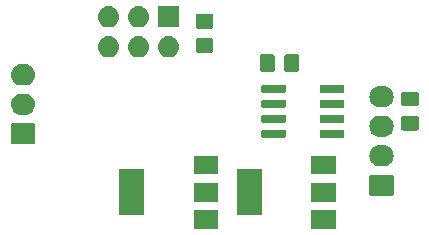
<source format=gbr>
G04 #@! TF.GenerationSoftware,KiCad,Pcbnew,(5.1.4)-1*
G04 #@! TF.CreationDate,2020-02-08T14:35:32-05:00*
G04 #@! TF.ProjectId,Psyduck,50737964-7563-46b2-9e6b-696361645f70,rev?*
G04 #@! TF.SameCoordinates,Original*
G04 #@! TF.FileFunction,Soldermask,Bot*
G04 #@! TF.FilePolarity,Negative*
%FSLAX46Y46*%
G04 Gerber Fmt 4.6, Leading zero omitted, Abs format (unit mm)*
G04 Created by KiCad (PCBNEW (5.1.4)-1) date 2020-02-08 14:35:32*
%MOMM*%
%LPD*%
G04 APERTURE LIST*
%ADD10C,0.100000*%
G04 APERTURE END LIST*
D10*
G36*
X41768000Y-34724000D02*
G01*
X39666000Y-34724000D01*
X39666000Y-33122000D01*
X41768000Y-33122000D01*
X41768000Y-34724000D01*
X41768000Y-34724000D01*
G37*
G36*
X31785000Y-34724000D02*
G01*
X29683000Y-34724000D01*
X29683000Y-33122000D01*
X31785000Y-33122000D01*
X31785000Y-34724000D01*
X31785000Y-34724000D01*
G37*
G36*
X25485000Y-33574000D02*
G01*
X23383000Y-33574000D01*
X23383000Y-29672000D01*
X25485000Y-29672000D01*
X25485000Y-33574000D01*
X25485000Y-33574000D01*
G37*
G36*
X35468000Y-33574000D02*
G01*
X33366000Y-33574000D01*
X33366000Y-29672000D01*
X35468000Y-29672000D01*
X35468000Y-33574000D01*
X35468000Y-33574000D01*
G37*
G36*
X31785000Y-32424000D02*
G01*
X29683000Y-32424000D01*
X29683000Y-30822000D01*
X31785000Y-30822000D01*
X31785000Y-32424000D01*
X31785000Y-32424000D01*
G37*
G36*
X41768000Y-32424000D02*
G01*
X39666000Y-32424000D01*
X39666000Y-30822000D01*
X41768000Y-30822000D01*
X41768000Y-32424000D01*
X41768000Y-32424000D01*
G37*
G36*
X46476600Y-30137989D02*
G01*
X46509652Y-30148015D01*
X46540103Y-30164292D01*
X46566799Y-30186201D01*
X46588708Y-30212897D01*
X46604985Y-30243348D01*
X46615011Y-30276400D01*
X46619000Y-30316903D01*
X46619000Y-31753097D01*
X46615011Y-31793600D01*
X46604985Y-31826652D01*
X46588708Y-31857103D01*
X46566799Y-31883799D01*
X46540103Y-31905708D01*
X46509652Y-31921985D01*
X46476600Y-31932011D01*
X46436097Y-31936000D01*
X44749903Y-31936000D01*
X44709400Y-31932011D01*
X44676348Y-31921985D01*
X44645897Y-31905708D01*
X44619201Y-31883799D01*
X44597292Y-31857103D01*
X44581015Y-31826652D01*
X44570989Y-31793600D01*
X44567000Y-31753097D01*
X44567000Y-30316903D01*
X44570989Y-30276400D01*
X44581015Y-30243348D01*
X44597292Y-30212897D01*
X44619201Y-30186201D01*
X44645897Y-30164292D01*
X44676348Y-30148015D01*
X44709400Y-30137989D01*
X44749903Y-30134000D01*
X46436097Y-30134000D01*
X46476600Y-30137989D01*
X46476600Y-30137989D01*
G37*
G36*
X41768000Y-30124000D02*
G01*
X39666000Y-30124000D01*
X39666000Y-28522000D01*
X41768000Y-28522000D01*
X41768000Y-30124000D01*
X41768000Y-30124000D01*
G37*
G36*
X31785000Y-30124000D02*
G01*
X29683000Y-30124000D01*
X29683000Y-28522000D01*
X31785000Y-28522000D01*
X31785000Y-30124000D01*
X31785000Y-30124000D01*
G37*
G36*
X45828443Y-27640519D02*
G01*
X45894627Y-27647037D01*
X46064466Y-27698557D01*
X46220991Y-27782222D01*
X46256729Y-27811552D01*
X46358186Y-27894814D01*
X46441448Y-27996271D01*
X46470778Y-28032009D01*
X46554443Y-28188534D01*
X46605963Y-28358373D01*
X46623359Y-28535000D01*
X46605963Y-28711627D01*
X46554443Y-28881466D01*
X46470778Y-29037991D01*
X46441448Y-29073729D01*
X46358186Y-29175186D01*
X46256729Y-29258448D01*
X46220991Y-29287778D01*
X46064466Y-29371443D01*
X45894627Y-29422963D01*
X45828443Y-29429481D01*
X45762260Y-29436000D01*
X45423740Y-29436000D01*
X45357557Y-29429481D01*
X45291373Y-29422963D01*
X45121534Y-29371443D01*
X44965009Y-29287778D01*
X44929271Y-29258448D01*
X44827814Y-29175186D01*
X44744552Y-29073729D01*
X44715222Y-29037991D01*
X44631557Y-28881466D01*
X44580037Y-28711627D01*
X44562641Y-28535000D01*
X44580037Y-28358373D01*
X44631557Y-28188534D01*
X44715222Y-28032009D01*
X44744552Y-27996271D01*
X44827814Y-27894814D01*
X44929271Y-27811552D01*
X44965009Y-27782222D01*
X45121534Y-27698557D01*
X45291373Y-27647037D01*
X45357557Y-27640519D01*
X45423740Y-27634000D01*
X45762260Y-27634000D01*
X45828443Y-27640519D01*
X45828443Y-27640519D01*
G37*
G36*
X16123600Y-25772989D02*
G01*
X16156652Y-25783015D01*
X16187103Y-25799292D01*
X16213799Y-25821201D01*
X16235708Y-25847897D01*
X16251985Y-25878348D01*
X16262011Y-25911400D01*
X16266000Y-25951903D01*
X16266000Y-27388097D01*
X16262011Y-27428600D01*
X16251985Y-27461652D01*
X16235708Y-27492103D01*
X16213799Y-27518799D01*
X16187103Y-27540708D01*
X16156652Y-27556985D01*
X16123600Y-27567011D01*
X16083097Y-27571000D01*
X14396903Y-27571000D01*
X14356400Y-27567011D01*
X14323348Y-27556985D01*
X14292897Y-27540708D01*
X14266201Y-27518799D01*
X14244292Y-27492103D01*
X14228015Y-27461652D01*
X14217989Y-27428600D01*
X14214000Y-27388097D01*
X14214000Y-25951903D01*
X14217989Y-25911400D01*
X14228015Y-25878348D01*
X14244292Y-25847897D01*
X14266201Y-25821201D01*
X14292897Y-25799292D01*
X14323348Y-25783015D01*
X14356400Y-25772989D01*
X14396903Y-25769000D01*
X16083097Y-25769000D01*
X16123600Y-25772989D01*
X16123600Y-25772989D01*
G37*
G36*
X42336928Y-26321764D02*
G01*
X42358009Y-26328160D01*
X42377445Y-26338548D01*
X42394476Y-26352524D01*
X42408452Y-26369555D01*
X42418840Y-26388991D01*
X42425236Y-26410072D01*
X42428000Y-26438140D01*
X42428000Y-26901860D01*
X42425236Y-26929928D01*
X42418840Y-26951009D01*
X42408452Y-26970445D01*
X42394476Y-26987476D01*
X42377445Y-27001452D01*
X42358009Y-27011840D01*
X42336928Y-27018236D01*
X42308860Y-27021000D01*
X40495140Y-27021000D01*
X40467072Y-27018236D01*
X40445991Y-27011840D01*
X40426555Y-27001452D01*
X40409524Y-26987476D01*
X40395548Y-26970445D01*
X40385160Y-26951009D01*
X40378764Y-26929928D01*
X40376000Y-26901860D01*
X40376000Y-26438140D01*
X40378764Y-26410072D01*
X40385160Y-26388991D01*
X40395548Y-26369555D01*
X40409524Y-26352524D01*
X40426555Y-26338548D01*
X40445991Y-26328160D01*
X40467072Y-26321764D01*
X40495140Y-26319000D01*
X42308860Y-26319000D01*
X42336928Y-26321764D01*
X42336928Y-26321764D01*
G37*
G36*
X37386928Y-26321764D02*
G01*
X37408009Y-26328160D01*
X37427445Y-26338548D01*
X37444476Y-26352524D01*
X37458452Y-26369555D01*
X37468840Y-26388991D01*
X37475236Y-26410072D01*
X37478000Y-26438140D01*
X37478000Y-26901860D01*
X37475236Y-26929928D01*
X37468840Y-26951009D01*
X37458452Y-26970445D01*
X37444476Y-26987476D01*
X37427445Y-27001452D01*
X37408009Y-27011840D01*
X37386928Y-27018236D01*
X37358860Y-27021000D01*
X35545140Y-27021000D01*
X35517072Y-27018236D01*
X35495991Y-27011840D01*
X35476555Y-27001452D01*
X35459524Y-26987476D01*
X35445548Y-26970445D01*
X35435160Y-26951009D01*
X35428764Y-26929928D01*
X35426000Y-26901860D01*
X35426000Y-26438140D01*
X35428764Y-26410072D01*
X35435160Y-26388991D01*
X35445548Y-26369555D01*
X35459524Y-26352524D01*
X35476555Y-26338548D01*
X35495991Y-26328160D01*
X35517072Y-26321764D01*
X35545140Y-26319000D01*
X37358860Y-26319000D01*
X37386928Y-26321764D01*
X37386928Y-26321764D01*
G37*
G36*
X45823909Y-25140072D02*
G01*
X45894627Y-25147037D01*
X46064466Y-25198557D01*
X46220991Y-25282222D01*
X46256729Y-25311552D01*
X46358186Y-25394814D01*
X46441448Y-25496271D01*
X46470778Y-25532009D01*
X46554443Y-25688534D01*
X46605963Y-25858373D01*
X46623359Y-26035000D01*
X46605963Y-26211627D01*
X46554443Y-26381466D01*
X46470778Y-26537991D01*
X46441448Y-26573729D01*
X46358186Y-26675186D01*
X46256729Y-26758448D01*
X46220991Y-26787778D01*
X46064466Y-26871443D01*
X45894627Y-26922963D01*
X45828443Y-26929481D01*
X45762260Y-26936000D01*
X45423740Y-26936000D01*
X45357557Y-26929481D01*
X45291373Y-26922963D01*
X45121534Y-26871443D01*
X44965009Y-26787778D01*
X44929271Y-26758448D01*
X44827814Y-26675186D01*
X44744552Y-26573729D01*
X44715222Y-26537991D01*
X44631557Y-26381466D01*
X44580037Y-26211627D01*
X44562641Y-26035000D01*
X44580037Y-25858373D01*
X44631557Y-25688534D01*
X44715222Y-25532009D01*
X44744552Y-25496271D01*
X44827814Y-25394814D01*
X44929271Y-25311552D01*
X44965009Y-25282222D01*
X45121534Y-25198557D01*
X45291373Y-25147037D01*
X45362091Y-25140072D01*
X45423740Y-25134000D01*
X45762260Y-25134000D01*
X45823909Y-25140072D01*
X45823909Y-25140072D01*
G37*
G36*
X48594674Y-25168465D02*
G01*
X48632367Y-25179899D01*
X48667103Y-25198466D01*
X48697548Y-25223452D01*
X48722534Y-25253897D01*
X48741101Y-25288633D01*
X48752535Y-25326326D01*
X48757000Y-25371661D01*
X48757000Y-26208339D01*
X48752535Y-26253674D01*
X48741101Y-26291367D01*
X48722534Y-26326103D01*
X48697548Y-26356548D01*
X48667103Y-26381534D01*
X48632367Y-26400101D01*
X48594674Y-26411535D01*
X48549339Y-26416000D01*
X47462661Y-26416000D01*
X47417326Y-26411535D01*
X47379633Y-26400101D01*
X47344897Y-26381534D01*
X47314452Y-26356548D01*
X47289466Y-26326103D01*
X47270899Y-26291367D01*
X47259465Y-26253674D01*
X47255000Y-26208339D01*
X47255000Y-25371661D01*
X47259465Y-25326326D01*
X47270899Y-25288633D01*
X47289466Y-25253897D01*
X47314452Y-25223452D01*
X47344897Y-25198466D01*
X47379633Y-25179899D01*
X47417326Y-25168465D01*
X47462661Y-25164000D01*
X48549339Y-25164000D01*
X48594674Y-25168465D01*
X48594674Y-25168465D01*
G37*
G36*
X42336928Y-25051764D02*
G01*
X42358009Y-25058160D01*
X42377445Y-25068548D01*
X42394476Y-25082524D01*
X42408452Y-25099555D01*
X42418840Y-25118991D01*
X42425236Y-25140072D01*
X42428000Y-25168140D01*
X42428000Y-25631860D01*
X42425236Y-25659928D01*
X42418840Y-25681009D01*
X42408452Y-25700445D01*
X42394476Y-25717476D01*
X42377445Y-25731452D01*
X42358009Y-25741840D01*
X42336928Y-25748236D01*
X42308860Y-25751000D01*
X40495140Y-25751000D01*
X40467072Y-25748236D01*
X40445991Y-25741840D01*
X40426555Y-25731452D01*
X40409524Y-25717476D01*
X40395548Y-25700445D01*
X40385160Y-25681009D01*
X40378764Y-25659928D01*
X40376000Y-25631860D01*
X40376000Y-25168140D01*
X40378764Y-25140072D01*
X40385160Y-25118991D01*
X40395548Y-25099555D01*
X40409524Y-25082524D01*
X40426555Y-25068548D01*
X40445991Y-25058160D01*
X40467072Y-25051764D01*
X40495140Y-25049000D01*
X42308860Y-25049000D01*
X42336928Y-25051764D01*
X42336928Y-25051764D01*
G37*
G36*
X37386928Y-25051764D02*
G01*
X37408009Y-25058160D01*
X37427445Y-25068548D01*
X37444476Y-25082524D01*
X37458452Y-25099555D01*
X37468840Y-25118991D01*
X37475236Y-25140072D01*
X37478000Y-25168140D01*
X37478000Y-25631860D01*
X37475236Y-25659928D01*
X37468840Y-25681009D01*
X37458452Y-25700445D01*
X37444476Y-25717476D01*
X37427445Y-25731452D01*
X37408009Y-25741840D01*
X37386928Y-25748236D01*
X37358860Y-25751000D01*
X35545140Y-25751000D01*
X35517072Y-25748236D01*
X35495991Y-25741840D01*
X35476555Y-25731452D01*
X35459524Y-25717476D01*
X35445548Y-25700445D01*
X35435160Y-25681009D01*
X35428764Y-25659928D01*
X35426000Y-25631860D01*
X35426000Y-25168140D01*
X35428764Y-25140072D01*
X35435160Y-25118991D01*
X35445548Y-25099555D01*
X35459524Y-25082524D01*
X35476555Y-25068548D01*
X35495991Y-25058160D01*
X35517072Y-25051764D01*
X35545140Y-25049000D01*
X37358860Y-25049000D01*
X37386928Y-25051764D01*
X37386928Y-25051764D01*
G37*
G36*
X15475443Y-23275519D02*
G01*
X15541627Y-23282037D01*
X15711466Y-23333557D01*
X15867991Y-23417222D01*
X15903729Y-23446552D01*
X16005186Y-23529814D01*
X16088448Y-23631271D01*
X16117778Y-23667009D01*
X16117779Y-23667011D01*
X16184780Y-23792359D01*
X16201443Y-23823534D01*
X16252963Y-23993373D01*
X16270359Y-24170000D01*
X16252963Y-24346627D01*
X16201443Y-24516466D01*
X16117778Y-24672991D01*
X16088448Y-24708729D01*
X16005186Y-24810186D01*
X15903729Y-24893448D01*
X15867991Y-24922778D01*
X15711466Y-25006443D01*
X15541627Y-25057963D01*
X15475442Y-25064482D01*
X15409260Y-25071000D01*
X15070740Y-25071000D01*
X15004558Y-25064482D01*
X14938373Y-25057963D01*
X14768534Y-25006443D01*
X14612009Y-24922778D01*
X14576271Y-24893448D01*
X14474814Y-24810186D01*
X14391552Y-24708729D01*
X14362222Y-24672991D01*
X14278557Y-24516466D01*
X14227037Y-24346627D01*
X14209641Y-24170000D01*
X14227037Y-23993373D01*
X14278557Y-23823534D01*
X14295221Y-23792359D01*
X14362221Y-23667011D01*
X14362222Y-23667009D01*
X14391552Y-23631271D01*
X14474814Y-23529814D01*
X14576271Y-23446552D01*
X14612009Y-23417222D01*
X14768534Y-23333557D01*
X14938373Y-23282037D01*
X15004557Y-23275519D01*
X15070740Y-23269000D01*
X15409260Y-23269000D01*
X15475443Y-23275519D01*
X15475443Y-23275519D01*
G37*
G36*
X37386928Y-23781764D02*
G01*
X37408009Y-23788160D01*
X37427445Y-23798548D01*
X37444476Y-23812524D01*
X37458452Y-23829555D01*
X37468840Y-23848991D01*
X37475236Y-23870072D01*
X37478000Y-23898140D01*
X37478000Y-24361860D01*
X37475236Y-24389928D01*
X37468840Y-24411009D01*
X37458452Y-24430445D01*
X37444476Y-24447476D01*
X37427445Y-24461452D01*
X37408009Y-24471840D01*
X37386928Y-24478236D01*
X37358860Y-24481000D01*
X35545140Y-24481000D01*
X35517072Y-24478236D01*
X35495991Y-24471840D01*
X35476555Y-24461452D01*
X35459524Y-24447476D01*
X35445548Y-24430445D01*
X35435160Y-24411009D01*
X35428764Y-24389928D01*
X35426000Y-24361860D01*
X35426000Y-23898140D01*
X35428764Y-23870072D01*
X35435160Y-23848991D01*
X35445548Y-23829555D01*
X35459524Y-23812524D01*
X35476555Y-23798548D01*
X35495991Y-23788160D01*
X35517072Y-23781764D01*
X35545140Y-23779000D01*
X37358860Y-23779000D01*
X37386928Y-23781764D01*
X37386928Y-23781764D01*
G37*
G36*
X42336928Y-23781764D02*
G01*
X42358009Y-23788160D01*
X42377445Y-23798548D01*
X42394476Y-23812524D01*
X42408452Y-23829555D01*
X42418840Y-23848991D01*
X42425236Y-23870072D01*
X42428000Y-23898140D01*
X42428000Y-24361860D01*
X42425236Y-24389928D01*
X42418840Y-24411009D01*
X42408452Y-24430445D01*
X42394476Y-24447476D01*
X42377445Y-24461452D01*
X42358009Y-24471840D01*
X42336928Y-24478236D01*
X42308860Y-24481000D01*
X40495140Y-24481000D01*
X40467072Y-24478236D01*
X40445991Y-24471840D01*
X40426555Y-24461452D01*
X40409524Y-24447476D01*
X40395548Y-24430445D01*
X40385160Y-24411009D01*
X40378764Y-24389928D01*
X40376000Y-24361860D01*
X40376000Y-23898140D01*
X40378764Y-23870072D01*
X40385160Y-23848991D01*
X40395548Y-23829555D01*
X40409524Y-23812524D01*
X40426555Y-23798548D01*
X40445991Y-23788160D01*
X40467072Y-23781764D01*
X40495140Y-23779000D01*
X42308860Y-23779000D01*
X42336928Y-23781764D01*
X42336928Y-23781764D01*
G37*
G36*
X45828443Y-22640519D02*
G01*
X45894627Y-22647037D01*
X46064466Y-22698557D01*
X46220991Y-22782222D01*
X46256729Y-22811552D01*
X46358186Y-22894814D01*
X46441448Y-22996271D01*
X46470778Y-23032009D01*
X46554443Y-23188534D01*
X46605963Y-23358373D01*
X46623359Y-23535000D01*
X46605963Y-23711627D01*
X46557899Y-23870072D01*
X46554442Y-23881468D01*
X46533706Y-23920262D01*
X46470778Y-24037991D01*
X46441448Y-24073729D01*
X46358186Y-24175186D01*
X46256729Y-24258448D01*
X46220991Y-24287778D01*
X46220989Y-24287779D01*
X46083003Y-24361535D01*
X46064466Y-24371443D01*
X45894627Y-24422963D01*
X45828443Y-24429481D01*
X45762260Y-24436000D01*
X45423740Y-24436000D01*
X45357557Y-24429481D01*
X45291373Y-24422963D01*
X45121534Y-24371443D01*
X45102998Y-24361535D01*
X44965011Y-24287779D01*
X44965009Y-24287778D01*
X44929271Y-24258448D01*
X44827814Y-24175186D01*
X44744552Y-24073729D01*
X44715222Y-24037991D01*
X44652294Y-23920262D01*
X44631558Y-23881468D01*
X44628101Y-23870072D01*
X44580037Y-23711627D01*
X44562641Y-23535000D01*
X44580037Y-23358373D01*
X44631557Y-23188534D01*
X44715222Y-23032009D01*
X44744552Y-22996271D01*
X44827814Y-22894814D01*
X44929271Y-22811552D01*
X44965009Y-22782222D01*
X45121534Y-22698557D01*
X45291373Y-22647037D01*
X45357557Y-22640519D01*
X45423740Y-22634000D01*
X45762260Y-22634000D01*
X45828443Y-22640519D01*
X45828443Y-22640519D01*
G37*
G36*
X48594674Y-23118465D02*
G01*
X48632367Y-23129899D01*
X48667103Y-23148466D01*
X48697548Y-23173452D01*
X48722534Y-23203897D01*
X48741101Y-23238633D01*
X48752535Y-23276326D01*
X48757000Y-23321661D01*
X48757000Y-24158339D01*
X48752535Y-24203674D01*
X48741101Y-24241367D01*
X48722534Y-24276103D01*
X48697548Y-24306548D01*
X48667103Y-24331534D01*
X48632367Y-24350101D01*
X48594674Y-24361535D01*
X48549339Y-24366000D01*
X47462661Y-24366000D01*
X47417326Y-24361535D01*
X47379633Y-24350101D01*
X47344897Y-24331534D01*
X47314452Y-24306548D01*
X47289466Y-24276103D01*
X47270899Y-24241367D01*
X47259465Y-24203674D01*
X47255000Y-24158339D01*
X47255000Y-23321661D01*
X47259465Y-23276326D01*
X47270899Y-23238633D01*
X47289466Y-23203897D01*
X47314452Y-23173452D01*
X47344897Y-23148466D01*
X47379633Y-23129899D01*
X47417326Y-23118465D01*
X47462661Y-23114000D01*
X48549339Y-23114000D01*
X48594674Y-23118465D01*
X48594674Y-23118465D01*
G37*
G36*
X37386928Y-22511764D02*
G01*
X37408009Y-22518160D01*
X37427445Y-22528548D01*
X37444476Y-22542524D01*
X37458452Y-22559555D01*
X37468840Y-22578991D01*
X37475236Y-22600072D01*
X37478000Y-22628140D01*
X37478000Y-23091860D01*
X37475236Y-23119928D01*
X37468840Y-23141009D01*
X37458452Y-23160445D01*
X37444476Y-23177476D01*
X37427445Y-23191452D01*
X37408009Y-23201840D01*
X37386928Y-23208236D01*
X37358860Y-23211000D01*
X35545140Y-23211000D01*
X35517072Y-23208236D01*
X35495991Y-23201840D01*
X35476555Y-23191452D01*
X35459524Y-23177476D01*
X35445548Y-23160445D01*
X35435160Y-23141009D01*
X35428764Y-23119928D01*
X35426000Y-23091860D01*
X35426000Y-22628140D01*
X35428764Y-22600072D01*
X35435160Y-22578991D01*
X35445548Y-22559555D01*
X35459524Y-22542524D01*
X35476555Y-22528548D01*
X35495991Y-22518160D01*
X35517072Y-22511764D01*
X35545140Y-22509000D01*
X37358860Y-22509000D01*
X37386928Y-22511764D01*
X37386928Y-22511764D01*
G37*
G36*
X42336928Y-22511764D02*
G01*
X42358009Y-22518160D01*
X42377445Y-22528548D01*
X42394476Y-22542524D01*
X42408452Y-22559555D01*
X42418840Y-22578991D01*
X42425236Y-22600072D01*
X42428000Y-22628140D01*
X42428000Y-23091860D01*
X42425236Y-23119928D01*
X42418840Y-23141009D01*
X42408452Y-23160445D01*
X42394476Y-23177476D01*
X42377445Y-23191452D01*
X42358009Y-23201840D01*
X42336928Y-23208236D01*
X42308860Y-23211000D01*
X40495140Y-23211000D01*
X40467072Y-23208236D01*
X40445991Y-23201840D01*
X40426555Y-23191452D01*
X40409524Y-23177476D01*
X40395548Y-23160445D01*
X40385160Y-23141009D01*
X40378764Y-23119928D01*
X40376000Y-23091860D01*
X40376000Y-22628140D01*
X40378764Y-22600072D01*
X40385160Y-22578991D01*
X40395548Y-22559555D01*
X40409524Y-22542524D01*
X40426555Y-22528548D01*
X40445991Y-22518160D01*
X40467072Y-22511764D01*
X40495140Y-22509000D01*
X42308860Y-22509000D01*
X42336928Y-22511764D01*
X42336928Y-22511764D01*
G37*
G36*
X15475442Y-20775518D02*
G01*
X15541627Y-20782037D01*
X15711466Y-20833557D01*
X15867991Y-20917222D01*
X15903729Y-20946552D01*
X16005186Y-21029814D01*
X16088448Y-21131271D01*
X16117778Y-21167009D01*
X16201443Y-21323534D01*
X16252963Y-21493373D01*
X16270359Y-21670000D01*
X16252963Y-21846627D01*
X16201443Y-22016466D01*
X16117778Y-22172991D01*
X16088448Y-22208729D01*
X16005186Y-22310186D01*
X15903729Y-22393448D01*
X15867991Y-22422778D01*
X15711466Y-22506443D01*
X15541627Y-22557963D01*
X15475442Y-22564482D01*
X15409260Y-22571000D01*
X15070740Y-22571000D01*
X15004558Y-22564482D01*
X14938373Y-22557963D01*
X14768534Y-22506443D01*
X14612009Y-22422778D01*
X14576271Y-22393448D01*
X14474814Y-22310186D01*
X14391552Y-22208729D01*
X14362222Y-22172991D01*
X14278557Y-22016466D01*
X14227037Y-21846627D01*
X14209641Y-21670000D01*
X14227037Y-21493373D01*
X14278557Y-21323534D01*
X14362222Y-21167009D01*
X14391552Y-21131271D01*
X14474814Y-21029814D01*
X14576271Y-20946552D01*
X14612009Y-20917222D01*
X14768534Y-20833557D01*
X14938373Y-20782037D01*
X15004558Y-20775518D01*
X15070740Y-20769000D01*
X15409260Y-20769000D01*
X15475442Y-20775518D01*
X15475442Y-20775518D01*
G37*
G36*
X38445674Y-19954465D02*
G01*
X38483367Y-19965899D01*
X38518103Y-19984466D01*
X38548548Y-20009452D01*
X38573534Y-20039897D01*
X38592101Y-20074633D01*
X38603535Y-20112326D01*
X38608000Y-20157661D01*
X38608000Y-21244339D01*
X38603535Y-21289674D01*
X38592101Y-21327367D01*
X38573534Y-21362103D01*
X38548548Y-21392548D01*
X38518103Y-21417534D01*
X38483367Y-21436101D01*
X38445674Y-21447535D01*
X38400339Y-21452000D01*
X37563661Y-21452000D01*
X37518326Y-21447535D01*
X37480633Y-21436101D01*
X37445897Y-21417534D01*
X37415452Y-21392548D01*
X37390466Y-21362103D01*
X37371899Y-21327367D01*
X37360465Y-21289674D01*
X37356000Y-21244339D01*
X37356000Y-20157661D01*
X37360465Y-20112326D01*
X37371899Y-20074633D01*
X37390466Y-20039897D01*
X37415452Y-20009452D01*
X37445897Y-19984466D01*
X37480633Y-19965899D01*
X37518326Y-19954465D01*
X37563661Y-19950000D01*
X38400339Y-19950000D01*
X38445674Y-19954465D01*
X38445674Y-19954465D01*
G37*
G36*
X36395674Y-19954465D02*
G01*
X36433367Y-19965899D01*
X36468103Y-19984466D01*
X36498548Y-20009452D01*
X36523534Y-20039897D01*
X36542101Y-20074633D01*
X36553535Y-20112326D01*
X36558000Y-20157661D01*
X36558000Y-21244339D01*
X36553535Y-21289674D01*
X36542101Y-21327367D01*
X36523534Y-21362103D01*
X36498548Y-21392548D01*
X36468103Y-21417534D01*
X36433367Y-21436101D01*
X36395674Y-21447535D01*
X36350339Y-21452000D01*
X35513661Y-21452000D01*
X35468326Y-21447535D01*
X35430633Y-21436101D01*
X35395897Y-21417534D01*
X35365452Y-21392548D01*
X35340466Y-21362103D01*
X35321899Y-21327367D01*
X35310465Y-21289674D01*
X35306000Y-21244339D01*
X35306000Y-20157661D01*
X35310465Y-20112326D01*
X35321899Y-20074633D01*
X35340466Y-20039897D01*
X35365452Y-20009452D01*
X35395897Y-19984466D01*
X35430633Y-19965899D01*
X35468326Y-19954465D01*
X35513661Y-19950000D01*
X36350339Y-19950000D01*
X36395674Y-19954465D01*
X36395674Y-19954465D01*
G37*
G36*
X22589443Y-18409519D02*
G01*
X22655627Y-18416037D01*
X22825466Y-18467557D01*
X22981991Y-18551222D01*
X23003653Y-18569000D01*
X23119186Y-18663814D01*
X23179261Y-18737017D01*
X23231778Y-18801009D01*
X23315443Y-18957534D01*
X23366963Y-19127373D01*
X23384359Y-19304000D01*
X23366963Y-19480627D01*
X23315443Y-19650466D01*
X23231778Y-19806991D01*
X23224573Y-19815770D01*
X23119186Y-19944186D01*
X23017729Y-20027448D01*
X22981991Y-20056778D01*
X22825466Y-20140443D01*
X22655627Y-20191963D01*
X22589443Y-20198481D01*
X22523260Y-20205000D01*
X22434740Y-20205000D01*
X22368557Y-20198481D01*
X22302373Y-20191963D01*
X22132534Y-20140443D01*
X21976009Y-20056778D01*
X21940271Y-20027448D01*
X21838814Y-19944186D01*
X21733427Y-19815770D01*
X21726222Y-19806991D01*
X21642557Y-19650466D01*
X21591037Y-19480627D01*
X21573641Y-19304000D01*
X21591037Y-19127373D01*
X21642557Y-18957534D01*
X21726222Y-18801009D01*
X21778739Y-18737017D01*
X21838814Y-18663814D01*
X21954347Y-18569000D01*
X21976009Y-18551222D01*
X22132534Y-18467557D01*
X22302373Y-18416037D01*
X22368557Y-18409519D01*
X22434740Y-18403000D01*
X22523260Y-18403000D01*
X22589443Y-18409519D01*
X22589443Y-18409519D01*
G37*
G36*
X27669443Y-18409519D02*
G01*
X27735627Y-18416037D01*
X27905466Y-18467557D01*
X28061991Y-18551222D01*
X28083653Y-18569000D01*
X28199186Y-18663814D01*
X28259261Y-18737017D01*
X28311778Y-18801009D01*
X28395443Y-18957534D01*
X28446963Y-19127373D01*
X28464359Y-19304000D01*
X28446963Y-19480627D01*
X28395443Y-19650466D01*
X28311778Y-19806991D01*
X28304573Y-19815770D01*
X28199186Y-19944186D01*
X28097729Y-20027448D01*
X28061991Y-20056778D01*
X27905466Y-20140443D01*
X27735627Y-20191963D01*
X27669443Y-20198481D01*
X27603260Y-20205000D01*
X27514740Y-20205000D01*
X27448557Y-20198481D01*
X27382373Y-20191963D01*
X27212534Y-20140443D01*
X27056009Y-20056778D01*
X27020271Y-20027448D01*
X26918814Y-19944186D01*
X26813427Y-19815770D01*
X26806222Y-19806991D01*
X26722557Y-19650466D01*
X26671037Y-19480627D01*
X26653641Y-19304000D01*
X26671037Y-19127373D01*
X26722557Y-18957534D01*
X26806222Y-18801009D01*
X26858739Y-18737017D01*
X26918814Y-18663814D01*
X27034347Y-18569000D01*
X27056009Y-18551222D01*
X27212534Y-18467557D01*
X27382373Y-18416037D01*
X27448557Y-18409519D01*
X27514740Y-18403000D01*
X27603260Y-18403000D01*
X27669443Y-18409519D01*
X27669443Y-18409519D01*
G37*
G36*
X25129443Y-18409519D02*
G01*
X25195627Y-18416037D01*
X25365466Y-18467557D01*
X25521991Y-18551222D01*
X25543653Y-18569000D01*
X25659186Y-18663814D01*
X25719261Y-18737017D01*
X25771778Y-18801009D01*
X25855443Y-18957534D01*
X25906963Y-19127373D01*
X25924359Y-19304000D01*
X25906963Y-19480627D01*
X25855443Y-19650466D01*
X25771778Y-19806991D01*
X25764573Y-19815770D01*
X25659186Y-19944186D01*
X25557729Y-20027448D01*
X25521991Y-20056778D01*
X25365466Y-20140443D01*
X25195627Y-20191963D01*
X25129443Y-20198481D01*
X25063260Y-20205000D01*
X24974740Y-20205000D01*
X24908557Y-20198481D01*
X24842373Y-20191963D01*
X24672534Y-20140443D01*
X24516009Y-20056778D01*
X24480271Y-20027448D01*
X24378814Y-19944186D01*
X24273427Y-19815770D01*
X24266222Y-19806991D01*
X24182557Y-19650466D01*
X24131037Y-19480627D01*
X24113641Y-19304000D01*
X24131037Y-19127373D01*
X24182557Y-18957534D01*
X24266222Y-18801009D01*
X24318739Y-18737017D01*
X24378814Y-18663814D01*
X24494347Y-18569000D01*
X24516009Y-18551222D01*
X24672534Y-18467557D01*
X24842373Y-18416037D01*
X24908557Y-18409519D01*
X24974740Y-18403000D01*
X25063260Y-18403000D01*
X25129443Y-18409519D01*
X25129443Y-18409519D01*
G37*
G36*
X31195674Y-18573465D02*
G01*
X31233367Y-18584899D01*
X31268103Y-18603466D01*
X31298548Y-18628452D01*
X31323534Y-18658897D01*
X31342101Y-18693633D01*
X31353535Y-18731326D01*
X31358000Y-18776661D01*
X31358000Y-19613339D01*
X31353535Y-19658674D01*
X31342101Y-19696367D01*
X31323534Y-19731103D01*
X31298548Y-19761548D01*
X31268103Y-19786534D01*
X31233367Y-19805101D01*
X31195674Y-19816535D01*
X31150339Y-19821000D01*
X30063661Y-19821000D01*
X30018326Y-19816535D01*
X29980633Y-19805101D01*
X29945897Y-19786534D01*
X29915452Y-19761548D01*
X29890466Y-19731103D01*
X29871899Y-19696367D01*
X29860465Y-19658674D01*
X29856000Y-19613339D01*
X29856000Y-18776661D01*
X29860465Y-18731326D01*
X29871899Y-18693633D01*
X29890466Y-18658897D01*
X29915452Y-18628452D01*
X29945897Y-18603466D01*
X29980633Y-18584899D01*
X30018326Y-18573465D01*
X30063661Y-18569000D01*
X31150339Y-18569000D01*
X31195674Y-18573465D01*
X31195674Y-18573465D01*
G37*
G36*
X31195674Y-16523465D02*
G01*
X31233367Y-16534899D01*
X31268103Y-16553466D01*
X31298548Y-16578452D01*
X31323534Y-16608897D01*
X31342101Y-16643633D01*
X31353535Y-16681326D01*
X31358000Y-16726661D01*
X31358000Y-17563339D01*
X31353535Y-17608674D01*
X31342101Y-17646367D01*
X31323534Y-17681103D01*
X31298548Y-17711548D01*
X31268103Y-17736534D01*
X31233367Y-17755101D01*
X31195674Y-17766535D01*
X31150339Y-17771000D01*
X30063661Y-17771000D01*
X30018326Y-17766535D01*
X29980633Y-17755101D01*
X29945897Y-17736534D01*
X29915452Y-17711548D01*
X29890466Y-17681103D01*
X29871899Y-17646367D01*
X29860465Y-17608674D01*
X29856000Y-17563339D01*
X29856000Y-16726661D01*
X29860465Y-16681326D01*
X29871899Y-16643633D01*
X29890466Y-16608897D01*
X29915452Y-16578452D01*
X29945897Y-16553466D01*
X29980633Y-16534899D01*
X30018326Y-16523465D01*
X30063661Y-16519000D01*
X31150339Y-16519000D01*
X31195674Y-16523465D01*
X31195674Y-16523465D01*
G37*
G36*
X25129443Y-15869519D02*
G01*
X25195627Y-15876037D01*
X25365466Y-15927557D01*
X25521991Y-16011222D01*
X25557729Y-16040552D01*
X25659186Y-16123814D01*
X25742448Y-16225271D01*
X25771778Y-16261009D01*
X25855443Y-16417534D01*
X25906963Y-16587373D01*
X25924359Y-16764000D01*
X25906963Y-16940627D01*
X25855443Y-17110466D01*
X25771778Y-17266991D01*
X25742448Y-17302729D01*
X25659186Y-17404186D01*
X25557729Y-17487448D01*
X25521991Y-17516778D01*
X25365466Y-17600443D01*
X25195627Y-17651963D01*
X25129442Y-17658482D01*
X25063260Y-17665000D01*
X24974740Y-17665000D01*
X24908558Y-17658482D01*
X24842373Y-17651963D01*
X24672534Y-17600443D01*
X24516009Y-17516778D01*
X24480271Y-17487448D01*
X24378814Y-17404186D01*
X24295552Y-17302729D01*
X24266222Y-17266991D01*
X24182557Y-17110466D01*
X24131037Y-16940627D01*
X24113641Y-16764000D01*
X24131037Y-16587373D01*
X24182557Y-16417534D01*
X24266222Y-16261009D01*
X24295552Y-16225271D01*
X24378814Y-16123814D01*
X24480271Y-16040552D01*
X24516009Y-16011222D01*
X24672534Y-15927557D01*
X24842373Y-15876037D01*
X24908557Y-15869519D01*
X24974740Y-15863000D01*
X25063260Y-15863000D01*
X25129443Y-15869519D01*
X25129443Y-15869519D01*
G37*
G36*
X22589443Y-15869519D02*
G01*
X22655627Y-15876037D01*
X22825466Y-15927557D01*
X22981991Y-16011222D01*
X23017729Y-16040552D01*
X23119186Y-16123814D01*
X23202448Y-16225271D01*
X23231778Y-16261009D01*
X23315443Y-16417534D01*
X23366963Y-16587373D01*
X23384359Y-16764000D01*
X23366963Y-16940627D01*
X23315443Y-17110466D01*
X23231778Y-17266991D01*
X23202448Y-17302729D01*
X23119186Y-17404186D01*
X23017729Y-17487448D01*
X22981991Y-17516778D01*
X22825466Y-17600443D01*
X22655627Y-17651963D01*
X22589442Y-17658482D01*
X22523260Y-17665000D01*
X22434740Y-17665000D01*
X22368558Y-17658482D01*
X22302373Y-17651963D01*
X22132534Y-17600443D01*
X21976009Y-17516778D01*
X21940271Y-17487448D01*
X21838814Y-17404186D01*
X21755552Y-17302729D01*
X21726222Y-17266991D01*
X21642557Y-17110466D01*
X21591037Y-16940627D01*
X21573641Y-16764000D01*
X21591037Y-16587373D01*
X21642557Y-16417534D01*
X21726222Y-16261009D01*
X21755552Y-16225271D01*
X21838814Y-16123814D01*
X21940271Y-16040552D01*
X21976009Y-16011222D01*
X22132534Y-15927557D01*
X22302373Y-15876037D01*
X22368557Y-15869519D01*
X22434740Y-15863000D01*
X22523260Y-15863000D01*
X22589443Y-15869519D01*
X22589443Y-15869519D01*
G37*
G36*
X28460000Y-17665000D02*
G01*
X26658000Y-17665000D01*
X26658000Y-15863000D01*
X28460000Y-15863000D01*
X28460000Y-17665000D01*
X28460000Y-17665000D01*
G37*
M02*

</source>
